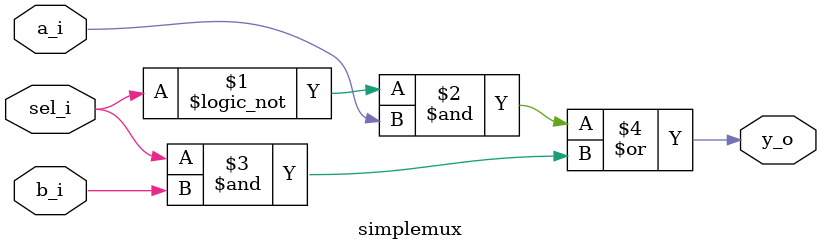
<source format=v>
module simplemux(a_i,b_i,sel_i,y_o);

  input a_i;
  input b_i;
  input sel_i;
  output y_o;

  assign y_o = (!sel_i & a_i) | (sel_i & b_i);

endmodule

</source>
